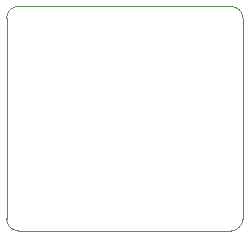
<source format=gbr>
%TF.GenerationSoftware,KiCad,Pcbnew,7.0.7*%
%TF.CreationDate,2023-08-27T10:12:23+07:00*%
%TF.ProjectId,TinyUSBHub,54696e79-5553-4424-9875-622e6b696361,rev?*%
%TF.SameCoordinates,Original*%
%TF.FileFunction,Profile,NP*%
%FSLAX46Y46*%
G04 Gerber Fmt 4.6, Leading zero omitted, Abs format (unit mm)*
G04 Created by KiCad (PCBNEW 7.0.7) date 2023-08-27 10:12:23*
%MOMM*%
%LPD*%
G01*
G04 APERTURE LIST*
%TA.AperFunction,Profile*%
%ADD10C,0.100000*%
%TD*%
G04 APERTURE END LIST*
D10*
X105550000Y-90575000D02*
X105550000Y-107575000D01*
X124550000Y-89575000D02*
X106550000Y-89575000D01*
X125550000Y-107575000D02*
X125550000Y-90575000D01*
X106550000Y-108575000D02*
X124550000Y-108575000D01*
X124550000Y-108575000D02*
G75*
G03*
X125550000Y-107575000I0J1000000D01*
G01*
X125550000Y-90575000D02*
G75*
G03*
X124550000Y-89575000I-1000000J0D01*
G01*
X106550000Y-89575000D02*
G75*
G03*
X105550000Y-90575000I0J-1000000D01*
G01*
X105550000Y-107575000D02*
G75*
G03*
X106550000Y-108575000I1000000J0D01*
G01*
M02*

</source>
